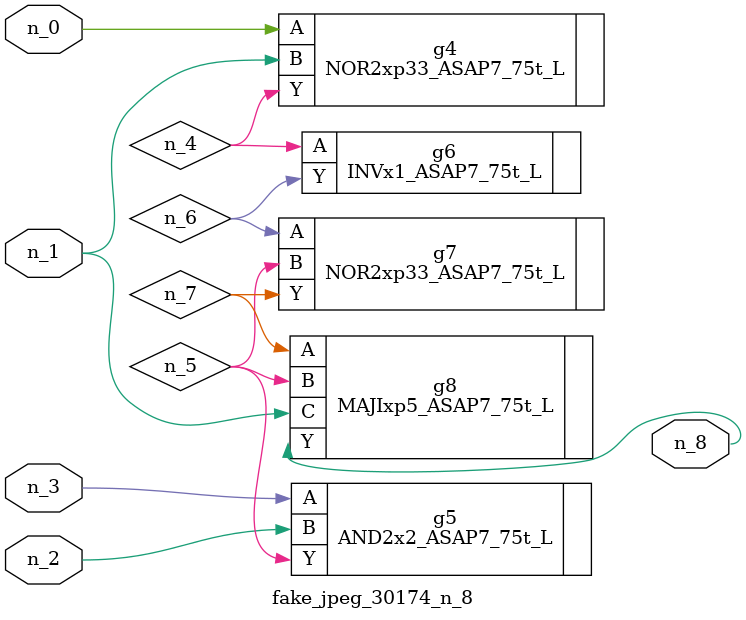
<source format=v>
module fake_jpeg_30174_n_8 (n_0, n_3, n_2, n_1, n_8);

input n_0;
input n_3;
input n_2;
input n_1;

output n_8;

wire n_4;
wire n_6;
wire n_5;
wire n_7;

NOR2xp33_ASAP7_75t_L g4 ( 
.A(n_0),
.B(n_1),
.Y(n_4)
);

AND2x2_ASAP7_75t_L g5 ( 
.A(n_3),
.B(n_2),
.Y(n_5)
);

INVx1_ASAP7_75t_L g6 ( 
.A(n_4),
.Y(n_6)
);

NOR2xp33_ASAP7_75t_L g7 ( 
.A(n_6),
.B(n_5),
.Y(n_7)
);

MAJIxp5_ASAP7_75t_L g8 ( 
.A(n_7),
.B(n_5),
.C(n_1),
.Y(n_8)
);


endmodule
</source>
